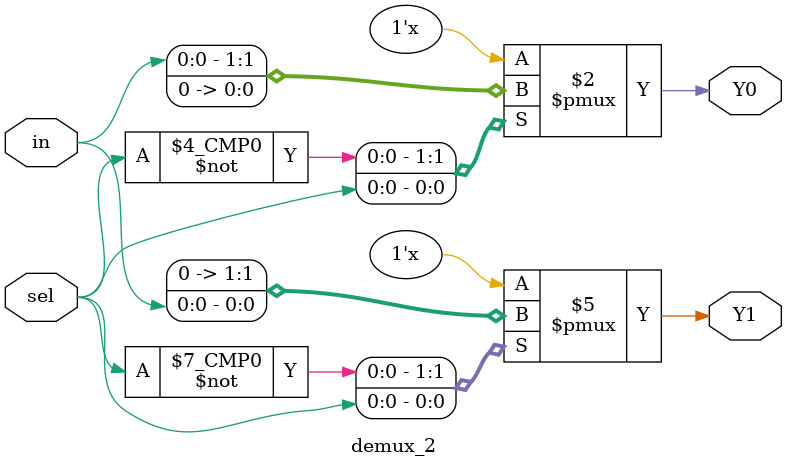
<source format=v>
`timescale 1ns / 1ps


module demux_2(
    input in,
    input sel,
    output reg Y0,Y1
    );
    
    always @(*) begin
        Y0 = 0; Y1 = 0; //setting default values
        case (sel)
            1'b0 : Y0 = in;
            1'b1 : Y1 = in;
        endcase
    end
    
endmodule


</source>
